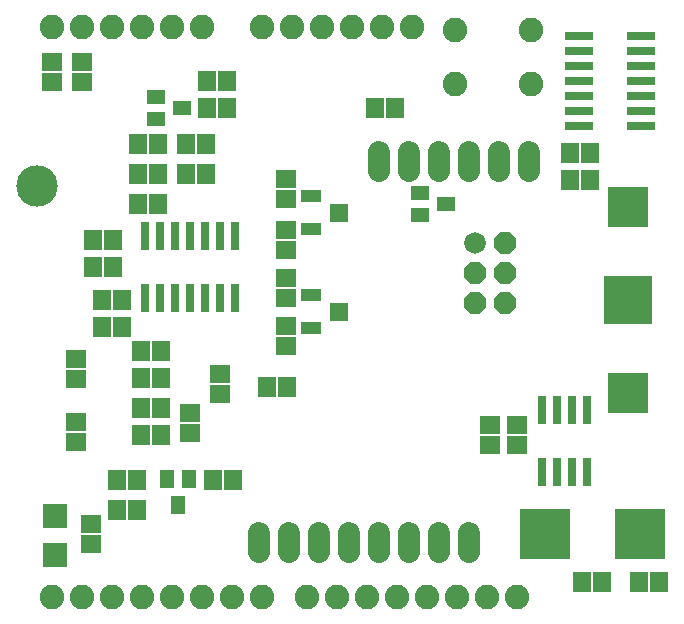
<source format=gts>
G75*
G70*
%OFA0B0*%
%FSLAX24Y24*%
%IPPOS*%
%LPD*%
%AMOC8*
5,1,8,0,0,1.08239X$1,22.5*
%
%ADD10C,0.1380*%
%ADD11C,0.0820*%
%ADD12R,0.0474X0.0631*%
%ADD13R,0.0592X0.0671*%
%ADD14R,0.0671X0.0592*%
%ADD15R,0.0316X0.0946*%
%ADD16R,0.0631X0.0474*%
%ADD17R,0.0828X0.0828*%
%ADD18R,0.1640X0.1640*%
%ADD19R,0.1330X0.1330*%
%ADD20R,0.0710X0.0434*%
%ADD21R,0.0592X0.0592*%
%ADD22R,0.1694X0.1694*%
%ADD23C,0.0720*%
%ADD24R,0.0946X0.0316*%
%ADD25C,0.0720*%
%ADD26OC8,0.0720*%
D10*
X001661Y016565D03*
D11*
X002161Y002865D03*
X003161Y002865D03*
X004161Y002865D03*
X005161Y002865D03*
X006161Y002865D03*
X007161Y002865D03*
X008161Y002865D03*
X009161Y002865D03*
X010661Y002865D03*
X011661Y002865D03*
X012661Y002865D03*
X013661Y002865D03*
X014661Y002865D03*
X015661Y002865D03*
X016661Y002865D03*
X017661Y002865D03*
X018141Y019975D03*
X018141Y021755D03*
X015581Y021755D03*
X014161Y021865D03*
X013161Y021865D03*
X012161Y021865D03*
X011161Y021865D03*
X010161Y021865D03*
X009161Y021865D03*
X007161Y021865D03*
X006161Y021865D03*
X005161Y021865D03*
X004161Y021865D03*
X003161Y021865D03*
X002161Y021865D03*
X015581Y019975D03*
D12*
X006735Y006798D03*
X005987Y006798D03*
X006361Y005931D03*
D13*
X007527Y006765D03*
X008196Y006765D03*
X005796Y008265D03*
X005127Y008265D03*
X005127Y009165D03*
X005796Y009165D03*
X005796Y010165D03*
X005127Y010165D03*
X005127Y011065D03*
X005796Y011065D03*
X004496Y011865D03*
X003827Y011865D03*
X003827Y012765D03*
X004496Y012765D03*
X004196Y013865D03*
X003527Y013865D03*
X003527Y014765D03*
X004196Y014765D03*
X005027Y015965D03*
X005696Y015965D03*
X005696Y016965D03*
X005027Y016965D03*
X005027Y017965D03*
X005696Y017965D03*
X006627Y017965D03*
X007296Y017965D03*
X007296Y016965D03*
X006627Y016965D03*
X007327Y019165D03*
X007996Y019165D03*
X007996Y020065D03*
X007327Y020065D03*
X012927Y019165D03*
X013596Y019165D03*
X019427Y017665D03*
X020096Y017665D03*
X020096Y016765D03*
X019427Y016765D03*
X009996Y009865D03*
X009327Y009865D03*
X004996Y006765D03*
X004327Y006765D03*
X004327Y005765D03*
X004996Y005765D03*
X019827Y003365D03*
X020496Y003365D03*
X021727Y003365D03*
X022396Y003365D03*
D14*
X017661Y007930D03*
X017661Y008599D03*
X016761Y008599D03*
X016761Y007930D03*
X009961Y011230D03*
X009961Y011899D03*
X009961Y012830D03*
X009961Y013499D03*
X009961Y014430D03*
X009961Y015099D03*
X009961Y016130D03*
X009961Y016799D03*
X003161Y020030D03*
X003161Y020699D03*
X002161Y020699D03*
X002161Y020030D03*
X002961Y010799D03*
X002961Y010130D03*
X002961Y008699D03*
X002961Y008030D03*
X003461Y005299D03*
X003461Y004630D03*
X006761Y008330D03*
X006761Y008999D03*
X007761Y009630D03*
X007761Y010299D03*
D15*
X007761Y012841D03*
X007261Y012841D03*
X006761Y012841D03*
X006261Y012841D03*
X005761Y012841D03*
X005261Y012841D03*
X005261Y014888D03*
X005761Y014888D03*
X006261Y014888D03*
X006761Y014888D03*
X007261Y014888D03*
X007761Y014888D03*
X008261Y014888D03*
X008261Y012841D03*
X018511Y009088D03*
X019011Y009088D03*
X019511Y009088D03*
X020011Y009088D03*
X020011Y007041D03*
X019511Y007041D03*
X019011Y007041D03*
X018511Y007041D03*
D16*
X014428Y015591D03*
X014428Y016339D03*
X015294Y015965D03*
X006494Y019165D03*
X005628Y019539D03*
X005628Y018791D03*
D17*
X002261Y005565D03*
X002261Y004265D03*
D18*
X021361Y012765D03*
D19*
X021361Y015865D03*
X021361Y009665D03*
D20*
X010783Y011813D03*
X010783Y012916D03*
X010783Y015113D03*
X010783Y016216D03*
D21*
X011740Y015665D03*
X011740Y012365D03*
D22*
X018611Y004965D03*
X021761Y004965D03*
D23*
X016061Y004985D02*
X016061Y004345D01*
X015061Y004345D02*
X015061Y004985D01*
X014061Y004985D02*
X014061Y004345D01*
X013061Y004345D02*
X013061Y004985D01*
X012061Y004985D02*
X012061Y004345D01*
X011061Y004345D02*
X011061Y004985D01*
X010061Y004985D02*
X010061Y004345D01*
X009061Y004345D02*
X009061Y004985D01*
X013061Y017045D02*
X013061Y017685D01*
X014061Y017685D02*
X014061Y017045D01*
X015061Y017045D02*
X015061Y017685D01*
X016061Y017685D02*
X016061Y017045D01*
X017061Y017045D02*
X017061Y017685D01*
X018061Y017685D02*
X018061Y017045D01*
D24*
X019738Y018565D03*
X019738Y019065D03*
X019738Y019565D03*
X019738Y020065D03*
X019738Y020565D03*
X019738Y021065D03*
X019738Y021565D03*
X021785Y021565D03*
X021785Y021065D03*
X021785Y020565D03*
X021785Y020065D03*
X021785Y019565D03*
X021785Y019065D03*
X021785Y018565D03*
D25*
X016261Y014665D03*
D26*
X017261Y014665D03*
X017261Y013665D03*
X016261Y013665D03*
X016261Y012665D03*
X017261Y012665D03*
M02*

</source>
